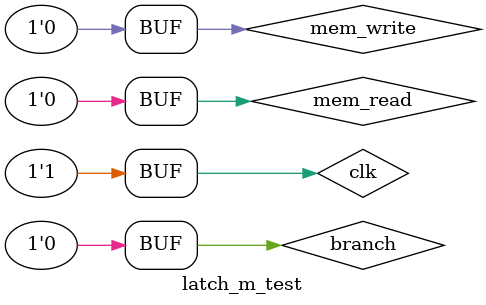
<source format=v>
`timescale 1ns / 1ps


module latch_m_test;

	// Inputs
	reg clk;
	reg mem_write;
	reg mem_read;
	reg branch;

	// Outputs
	wire mem_write_reg;
	wire mem_read_reg;
	wire branch_reg;

	// Instantiate the Unit Under Test (UUT)
	latch_m uut (
		.clk(clk), 
		.mem_write(mem_write), 
		.mem_read(mem_read), 
		.branch(branch), 
		.mem_write_reg(mem_write_reg), 
		.mem_read_reg(mem_read_reg), 
		.branch_reg(branch_reg)
	);

	initial begin
		// Initialize Inputs
		clk = 0;
		mem_write = 0;
		mem_read = 0;
		branch = 0;

		// Wait 100 ns for global reset to finish
		clk = 0;
		mem_write = 1;
		mem_read = 1;
		branch = 1;
		#100;
		clk = 1;
		#100;
		clk = 0;
		mem_write = 0;
		mem_read = 0;
		branch = 0;
		#100;
		clk = 1;
		#100;

	end
      
endmodule


</source>
